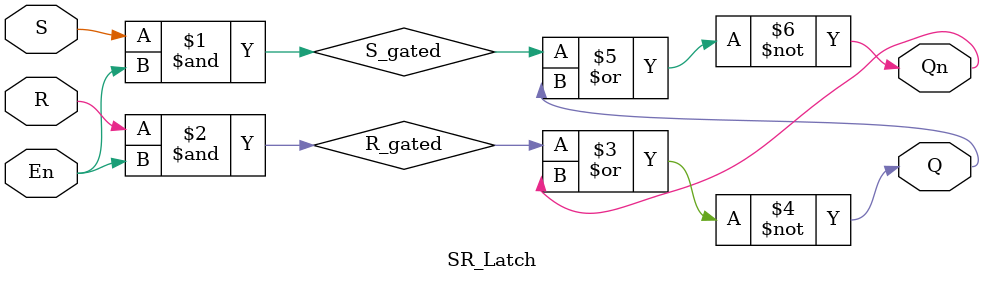
<source format=v>
`timescale 1ns / 1ps


module SR_Latch(input wire S,    // Set input
    input R,    // Reset input
    input En,   // Enable input
    output Q,   // Output
    output Qn   // Inverted output
);

wire S_gated, R_gated;

// Gating the S and R inputs with the enable signal
assign S_gated = S & En;
assign R_gated = R & En;

// SR latch logic
assign Q = ~(R_gated | Qn);
assign Qn = ~(S_gated | Q);

endmodule
</source>
